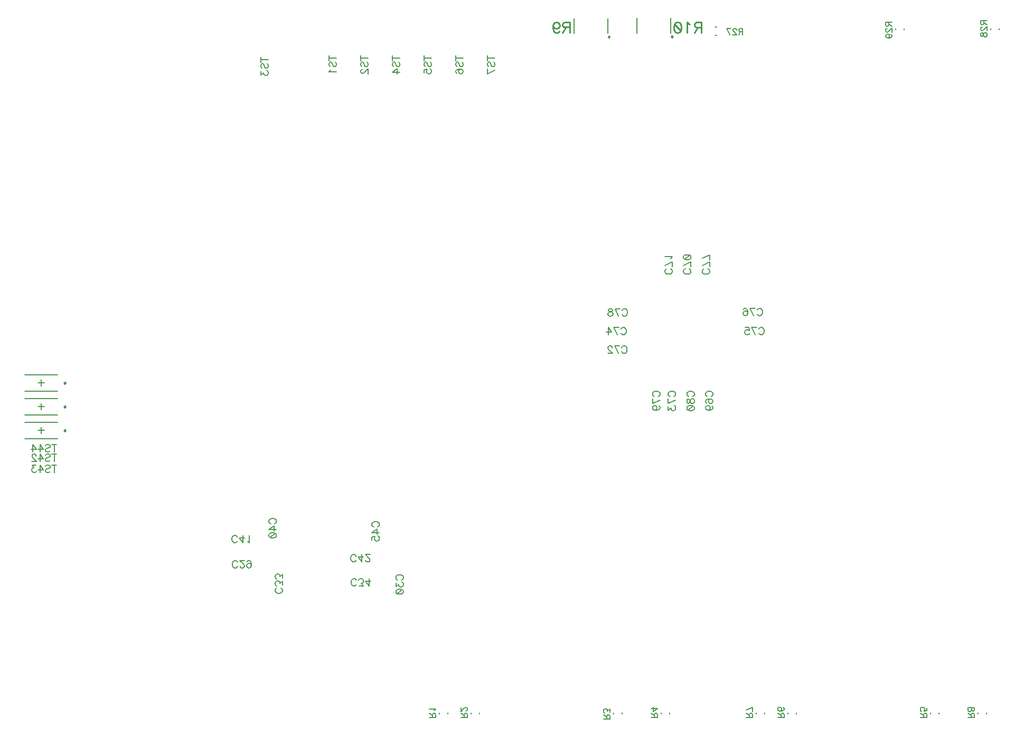
<source format=gbo>
G04*
G04  File:            ALPH1105.R06, Sun Oct 31 16:15:01 2010*
G04  Source:          P-CAD 2006 PCB, Version 19.02.958, (\\Naslite-2\disk-0\OLD_DISK-0\Project\Project 2010B\ALPH1105\ALPH1105.PCB)*
G04  Format:          Gerber Format (RS-274-D), ASCII*
G04*
G04  Format Options:  Absolute Positioning*
G04                   Leading-Zero Suppression*
G04                   Scale Factor 1:1*
G04                   NO Circular Interpolation*
G04                   Inch Units*
G04                   Numeric Format: 4.4 (XXXX.XXXX)*
G04                   G54 NOT Used for Aperture Change*
G04                   Apertures Embedded*
G04*
G04  File Options:    Offset = (0.0mil,0.0mil)*
G04                   Drill Symbol Size = 80.0mil*
G04                   No Pad/Via Holes*
G04*
G04  File Contents:   No Pads*
G04                   No Vias*
G04                   Designators*
G04                   No Types*
G04                   No Values*
G04                   No Drill Symbols*
G04                   Bot Silk*
G04*
%INALPH1105.R06*%
%ICAS*%
%MOIN*%
G04*
G04  Aperture MACROs for general use --- invoked via D-code assignment *
G04*
G04  General MACRO for flashed round with rotation and/or offset hole *
%AMROTOFFROUND*
1,1,$1,0.0000,0.0000*
1,0,$2,$3,$4*%
G04*
G04  General MACRO for flashed oval (obround) with rotation and/or offset hole *
%AMROTOFFOVAL*
21,1,$1,$2,0.0000,0.0000,$3*
1,1,$4,$5,$6*
1,1,$4,0-$5,0-$6*
1,0,$7,$8,$9*%
G04*
G04  General MACRO for flashed oval (obround) with rotation and no hole *
%AMROTOVALNOHOLE*
21,1,$1,$2,0.0000,0.0000,$3*
1,1,$4,$5,$6*
1,1,$4,0-$5,0-$6*%
G04*
G04  General MACRO for flashed rectangle with rotation and/or offset hole *
%AMROTOFFRECT*
21,1,$1,$2,0.0000,0.0000,$3*
1,0,$4,$5,$6*%
G04*
G04  General MACRO for flashed rectangle with rotation and no hole *
%AMROTRECTNOHOLE*
21,1,$1,$2,0.0000,0.0000,$3*%
G04*
G04  General MACRO for flashed rounded-rectangle *
%AMROUNDRECT*
21,1,$1,$2-$4,0.0000,0.0000,$3*
21,1,$1-$4,$2,0.0000,0.0000,$3*
1,1,$4,$5,$6*
1,1,$4,$7,$8*
1,1,$4,0-$5,0-$6*
1,1,$4,0-$7,0-$8*
1,0,$9,$10,$11*%
G04*
G04  General MACRO for flashed rounded-rectangle with rotation and no hole *
%AMROUNDRECTNOHOLE*
21,1,$1,$2-$4,0.0000,0.0000,$3*
21,1,$1-$4,$2,0.0000,0.0000,$3*
1,1,$4,$5,$6*
1,1,$4,$7,$8*
1,1,$4,0-$5,0-$6*
1,1,$4,0-$7,0-$8*%
G04*
G04  General MACRO for flashed regular polygon *
%AMREGPOLY*
5,1,$1,0.0000,0.0000,$2,$3+$4*
1,0,$5,$6,$7*%
G04*
G04  General MACRO for flashed regular polygon with no hole *
%AMREGPOLYNOHOLE*
5,1,$1,0.0000,0.0000,$2,$3+$4*%
G04*
G04  General MACRO for target *
%AMTARGET*
6,0,0,$1,$2,$3,4,$4,$5,$6*%
G04*
G04  General MACRO for mounting hole *
%AMMTHOLE*
1,1,$1,0,0*
1,0,$2,0,0*
$1=$1-$2*
$1=$1/2*
21,1,$2+$1,$3,0,0,$4*
21,1,$3,$2+$1,0,0,$4*%
G04*
G04*
G04  D10 : "Ellipse X10.0mil Y10.0mil H0.0mil 0.0deg (0.0mil,0.0mil) Draw"*
G04  Disc: OuterDia=0.0100*
%ADD10C, 0.0100*%
G04  D11 : "Ellipse X0.0mil Y0.0mil H0.0mil 0.0deg (0.0mil,0.0mil) Draw"*
G04  Disc: OuterDia=0.0000*
%ADD11C, 0.0000*%
G04  D12 : "Ellipse X1.0mil Y1.0mil H0.0mil 0.0deg (0.0mil,0.0mil) Draw"*
G04  Disc: OuterDia=0.0010*
%ADD12C, 0.0010*%
G04  D13 : "Ellipse X12.0mil Y12.0mil H0.0mil 0.0deg (0.0mil,0.0mil) Draw"*
G04  Disc: OuterDia=0.0120*
%ADD13C, 0.0120*%
G04  D14 : "Ellipse X15.0mil Y15.0mil H0.0mil 0.0deg (0.0mil,0.0mil) Draw"*
G04  Disc: OuterDia=0.0150*
%ADD14C, 0.0150*%
G04  D15 : "Ellipse X16.0mil Y16.0mil H0.0mil 0.0deg (0.0mil,0.0mil) Draw"*
G04  Disc: OuterDia=0.0160*
%ADD15C, 0.0160*%
G04  D16 : "Ellipse X19.7mil Y19.7mil H0.0mil 0.0deg (0.0mil,0.0mil) Draw"*
G04  Disc: OuterDia=0.0197*
%ADD16C, 0.0197*%
G04  D17 : "Ellipse X2.0mil Y2.0mil H0.0mil 0.0deg (0.0mil,0.0mil) Draw"*
G04  Disc: OuterDia=0.0020*
%ADD17C, 0.0020*%
G04  D18 : "Ellipse X20.0mil Y20.0mil H0.0mil 0.0deg (0.0mil,0.0mil) Draw"*
G04  Disc: OuterDia=0.0200*
%ADD18C, 0.0200*%
G04  D19 : "Ellipse X24.0mil Y24.0mil H0.0mil 0.0deg (0.0mil,0.0mil) Draw"*
G04  Disc: OuterDia=0.0240*
%ADD19C, 0.0240*%
G04  D20 : "Ellipse X25.0mil Y25.0mil H0.0mil 0.0deg (0.0mil,0.0mil) Draw"*
G04  Disc: OuterDia=0.0250*
%ADD20C, 0.0250*%
G04  D21 : "Ellipse X3.9mil Y3.9mil H0.0mil 0.0deg (0.0mil,0.0mil) Draw"*
G04  Disc: OuterDia=0.0039*
%ADD21C, 0.0039*%
G04  D22 : "Ellipse X30.0mil Y30.0mil H0.0mil 0.0deg (0.0mil,0.0mil) Draw"*
G04  Disc: OuterDia=0.0300*
%ADD22C, 0.0300*%
G04  D23 : "Ellipse X4.0mil Y4.0mil H0.0mil 0.0deg (0.0mil,0.0mil) Draw"*
G04  Disc: OuterDia=0.0040*
%ADD23C, 0.0040*%
G04  D24 : "Ellipse X40.0mil Y40.0mil H0.0mil 0.0deg (0.0mil,0.0mil) Draw"*
G04  Disc: OuterDia=0.0400*
%ADD24C, 0.0400*%
G04  D25 : "Ellipse X5.0mil Y5.0mil H0.0mil 0.0deg (0.0mil,0.0mil) Draw"*
G04  Disc: OuterDia=0.0050*
%ADD25C, 0.0050*%
G04  D26 : "Ellipse X5.9mil Y5.9mil H0.0mil 0.0deg (0.0mil,0.0mil) Draw"*
G04  Disc: OuterDia=0.0059*
%ADD26C, 0.0059*%
G04  D27 : "Ellipse X6.0mil Y6.0mil H0.0mil 0.0deg (0.0mil,0.0mil) Draw"*
G04  Disc: OuterDia=0.0060*
%ADD27C, 0.0060*%
G04  D28 : "Ellipse X60.0mil Y60.0mil H0.0mil 0.0deg (0.0mil,0.0mil) Draw"*
G04  Disc: OuterDia=0.0600*
%ADD28C, 0.0600*%
G04  D29 : "Ellipse X7.0mil Y7.0mil H0.0mil 0.0deg (0.0mil,0.0mil) Draw"*
G04  Disc: OuterDia=0.0070*
%ADD29C, 0.0070*%
G04  D30 : "Ellipse X7.9mil Y7.9mil H0.0mil 0.0deg (0.0mil,0.0mil) Draw"*
G04  Disc: OuterDia=0.0079*
%ADD30C, 0.0079*%
G04  D31 : "Ellipse X7.9mil Y7.9mil H0.0mil 0.0deg (0.0mil,0.0mil) Draw"*
G04  Disc: OuterDia=0.0079*
%ADD31C, 0.0079*%
G04  D32 : "Ellipse X8.0mil Y8.0mil H0.0mil 0.0deg (0.0mil,0.0mil) Draw"*
G04  Disc: OuterDia=0.0080*
%ADD32C, 0.0080*%
G04  D33 : "Ellipse X9.8mil Y9.8mil H0.0mil 0.0deg (0.0mil,0.0mil) Draw"*
G04  Disc: OuterDia=0.0098*
%ADD33C, 0.0098*%
G04  D34 : "Ellipse X110.2mil Y110.2mil H0.0mil 0.0deg (0.0mil,0.0mil) Flash"*
G04  Disc: OuterDia=0.1102*
%ADD34C, 0.1102*%
G04  D35 : "Ellipse X128.0mil Y128.0mil H0.0mil 0.0deg (0.0mil,0.0mil) Flash"*
G04  Disc: OuterDia=0.1280*
%ADD35C, 0.1280*%
G04  D36 : "Ellipse X135.0mil Y135.0mil H0.0mil 0.0deg (0.0mil,0.0mil) Flash"*
G04  Disc: OuterDia=0.1350*
%ADD36C, 0.1350*%
G04  D37 : "Ellipse X142.0mil Y142.0mil H0.0mil 0.0deg (0.0mil,0.0mil) Flash"*
G04  Disc: OuterDia=0.1420*
%ADD37C, 0.1420*%
G04  D38 : "Ellipse X149.6mil Y149.6mil H0.0mil 0.0deg (0.0mil,0.0mil) Flash"*
G04  Disc: OuterDia=0.1496*
%ADD38C, 0.1496*%
G04  D39 : "Ellipse X204.7mil Y204.7mil H0.0mil 0.0deg (0.0mil,0.0mil) Flash"*
G04  Disc: OuterDia=0.2047*
%ADD39C, 0.2047*%
G04  D40 : "Ellipse X315.0mil Y315.0mil H0.0mil 0.0deg (0.0mil,0.0mil) Flash"*
G04  Disc: OuterDia=0.3150*
%ADD40C, 0.3150*%
G04  D41 : "Ellipse X39.4mil Y39.4mil H0.0mil 0.0deg (0.0mil,0.0mil) Flash"*
G04  Disc: OuterDia=0.0394*
%ADD41C, 0.0394*%
G04  D42 : "Ellipse X42.0mil Y42.0mil H0.0mil 0.0deg (0.0mil,0.0mil) Flash"*
G04  Disc: OuterDia=0.0420*
%ADD42C, 0.0420*%
G04  D43 : "Ellipse X60.0mil Y60.0mil H0.0mil 0.0deg (0.0mil,0.0mil) Flash"*
G04  Disc: OuterDia=0.0600*
%ADD43C, 0.0600*%
G04  D44 : "Ellipse X63.0mil Y63.0mil H0.0mil 0.0deg (0.0mil,0.0mil) Flash"*
G04  Disc: OuterDia=0.0630*
%ADD44C, 0.0630*%
G04  D45 : "Ellipse X65.0mil Y65.0mil H0.0mil 0.0deg (0.0mil,0.0mil) Flash"*
G04  Disc: OuterDia=0.0650*
%ADD45C, 0.0650*%
G04  D46 : "Ellipse X68.9mil Y68.9mil H0.0mil 0.0deg (0.0mil,0.0mil) Flash"*
G04  Disc: OuterDia=0.0689*
%ADD46C, 0.0689*%
G04  D47 : "Ellipse X70.0mil Y70.0mil H0.0mil 0.0deg (0.0mil,0.0mil) Flash"*
G04  Disc: OuterDia=0.0700*
%ADD47C, 0.0700*%
G04  D48 : "Ellipse X78.9mil Y78.9mil H0.0mil 0.0deg (0.0mil,0.0mil) Flash"*
G04  Disc: OuterDia=0.0789*
%ADD48C, 0.0789*%
G04  D49 : "Ellipse X80.0mil Y80.0mil H0.0mil 0.0deg (0.0mil,0.0mil) Flash"*
G04  Disc: OuterDia=0.0800*
%ADD49C, 0.0800*%
G04  D50 : "Ellipse X82.7mil Y82.7mil H0.0mil 0.0deg (0.0mil,0.0mil) Flash"*
G04  Disc: OuterDia=0.0827*
%ADD50C, 0.0827*%
G04  D51 : "Oval X78.7mil Y23.6mil H0.0mil 0.0deg (0.0mil,0.0mil) Flash"*
G04  Obround: DimX=0.0787, DimY=0.0236, Rotation=0.0, OffsetX=0.0000, OffsetY=0.0000, HoleDia=0.0000 *
%ADD51O, 0.0787 X0.0236*%
G04  D52 : "Rounded Rectangle X39.4mil Y78.7mil H0.0mil 0.0deg (0.0mil,0.0mil) Flash"*
G04  RoundRct: DimX=0.0394, DimY=0.0787, CornerRad=0.0098, Rotation=0.0, OffsetX=0.0000, OffsetY=0.0000, HoleDia=0.0000 *
%ADD52ROUNDRECTNOHOLE, 0.0394 X0.0787 X0.0 X0.0197 X-0.0098 X-0.0295 X-0.0098 X0.0295*%
G04  D53 : "Rounded Rectangle X78.7mil Y43.3mil H0.0mil 0.0deg (0.0mil,0.0mil) Flash"*
G04  RoundRct: DimX=0.0787, DimY=0.0433, CornerRad=0.0108, Rotation=0.0, OffsetX=0.0000, OffsetY=0.0000, HoleDia=0.0000 *
%ADD53ROUNDRECTNOHOLE, 0.0787 X0.0433 X0.0 X0.0217 X-0.0285 X-0.0108 X-0.0285 X0.0108*%
G04  D54 : "Rounded Rectangle X78.7mil Y78.7mil H0.0mil 0.0deg (0.0mil,0.0mil) Flash"*
G04  RoundRct: DimX=0.0787, DimY=0.0787, CornerRad=0.0197, Rotation=0.0, OffsetX=0.0000, OffsetY=0.0000, HoleDia=0.0000 *
%ADD54ROUNDRECTNOHOLE, 0.0787 X0.0787 X0.0 X0.0394 X-0.0197 X-0.0197 X-0.0197 X0.0197*%
G04  D55 : "Rectangle X126.0mil Y80.7mil H0.0mil 0.0deg (0.0mil,0.0mil) Flash"*
G04  Rectangular: DimX=0.1260, DimY=0.0807, Rotation=0.0, OffsetX=0.0000, OffsetY=0.0000, HoleDia=0.0000 *
%ADD55R, 0.1260 X0.0807*%
G04  D56 : "Rectangle X80.7mil Y126.0mil H0.0mil 0.0deg (0.0mil,0.0mil) Flash"*
G04  Rectangular: DimX=0.0807, DimY=0.1260, Rotation=0.0, OffsetX=0.0000, OffsetY=0.0000, HoleDia=0.0000 *
%ADD56R, 0.0807 X0.1260*%
G04  D57 : "Rectangle X37.4mil Y35.4mil H0.0mil 0.0deg (0.0mil,0.0mil) Flash"*
G04  Rectangular: DimX=0.0374, DimY=0.0354, Rotation=0.0, OffsetX=0.0000, OffsetY=0.0000, HoleDia=0.0000 *
%ADD57R, 0.0374 X0.0354*%
G04  D58 : "Rectangle X35.4mil Y37.4mil H0.0mil 0.0deg (0.0mil,0.0mil) Flash"*
G04  Rectangular: DimX=0.0354, DimY=0.0374, Rotation=0.0, OffsetX=0.0000, OffsetY=0.0000, HoleDia=0.0000 *
%ADD58R, 0.0354 X0.0374*%
G04  D59 : "Rectangle X39.4mil Y35.4mil H0.0mil 0.0deg (0.0mil,0.0mil) Flash"*
G04  Rectangular: DimX=0.0394, DimY=0.0354, Rotation=0.0, OffsetX=0.0000, OffsetY=0.0000, HoleDia=0.0000 *
%ADD59R, 0.0394 X0.0354*%
G04  D60 : "Rectangle X35.4mil Y39.4mil H0.0mil 0.0deg (0.0mil,0.0mil) Flash"*
G04  Rectangular: DimX=0.0354, DimY=0.0394, Rotation=0.0, OffsetX=0.0000, OffsetY=0.0000, HoleDia=0.0000 *
%ADD60R, 0.0354 X0.0394*%
G04  D61 : "Rectangle X33.5mil Y45.3mil H0.0mil 0.0deg (0.0mil,0.0mil) Flash"*
G04  Rectangular: DimX=0.0335, DimY=0.0453, Rotation=0.0, OffsetX=0.0000, OffsetY=0.0000, HoleDia=0.0000 *
%ADD61R, 0.0335 X0.0453*%
G04  D62 : "Rectangle X57.1mil Y37.4mil H0.0mil 0.0deg (0.0mil,0.0mil) Flash"*
G04  Rectangular: DimX=0.0571, DimY=0.0374, Rotation=0.0, OffsetX=0.0000, OffsetY=0.0000, HoleDia=0.0000 *
%ADD62R, 0.0571 X0.0374*%
G04  D63 : "Rectangle X37.4mil Y57.1mil H0.0mil 0.0deg (0.0mil,0.0mil) Flash"*
G04  Rectangular: DimX=0.0374, DimY=0.0571, Rotation=0.0, OffsetX=0.0000, OffsetY=0.0000, HoleDia=0.0000 *
%ADD63R, 0.0374 X0.0571*%
G04  D64 : "Rectangle X57.1mil Y45.3mil H0.0mil 0.0deg (0.0mil,0.0mil) Flash"*
G04  Rectangular: DimX=0.0571, DimY=0.0453, Rotation=0.0, OffsetX=0.0000, OffsetY=0.0000, HoleDia=0.0000 *
%ADD64R, 0.0571 X0.0453*%
G04  D65 : "Rectangle X45.3mil Y57.1mil H0.0mil 0.0deg (0.0mil,0.0mil) Flash"*
G04  Rectangular: DimX=0.0453, DimY=0.0571, Rotation=0.0, OffsetX=0.0000, OffsetY=0.0000, HoleDia=0.0000 *
%ADD65R, 0.0453 X0.0571*%
G04  D66 : "Rectangle X59.0mil Y37.4mil H0.0mil 0.0deg (0.0mil,0.0mil) Flash"*
G04  Rectangular: DimX=0.0590, DimY=0.0374, Rotation=0.0, OffsetX=0.0000, OffsetY=0.0000, HoleDia=0.0000 *
%ADD66R, 0.0590 X0.0374*%
G04  D67 : "Rectangle X59.1mil Y11.8mil H0.0mil 0.0deg (0.0mil,0.0mil) Flash"*
G04  Rectangular: DimX=0.0591, DimY=0.0118, Rotation=0.0, OffsetX=0.0000, OffsetY=0.0000, HoleDia=0.0000 *
%ADD67R, 0.0591 X0.0118*%
G04  D68 : "Rectangle X11.8mil Y59.1mil H0.0mil 0.0deg (0.0mil,0.0mil) Flash"*
G04  Rectangular: DimX=0.0118, DimY=0.0591, Rotation=0.0, OffsetX=0.0000, OffsetY=0.0000, HoleDia=0.0000 *
%ADD68R, 0.0118 X0.0591*%
G04  D69 : "Rectangle X39.4mil Y59.1mil H0.0mil 0.0deg (0.0mil,0.0mil) Flash"*
G04  Rectangular: DimX=0.0394, DimY=0.0591, Rotation=0.0, OffsetX=0.0000, OffsetY=0.0000, HoleDia=0.0000 *
%ADD69R, 0.0394 X0.0591*%
G04  D70 : "Rectangle X61.0mil Y23.6mil H0.0mil 0.0deg (0.0mil,0.0mil) Flash"*
G04  Rectangular: DimX=0.0610, DimY=0.0236, Rotation=0.0, OffsetX=0.0000, OffsetY=0.0000, HoleDia=0.0000 *
%ADD70R, 0.0610 X0.0236*%
G04  D71 : "Rectangle X23.6mil Y61.0mil H0.0mil 0.0deg (0.0mil,0.0mil) Flash"*
G04  Rectangular: DimX=0.0236, DimY=0.0610, Rotation=0.0, OffsetX=0.0000, OffsetY=0.0000, HoleDia=0.0000 *
%ADD71R, 0.0236 X0.0610*%
G04  D72 : "Rectangle X63.0mil Y11.8mil H0.0mil 0.0deg (0.0mil,0.0mil) Flash"*
G04  Rectangular: DimX=0.0630, DimY=0.0118, Rotation=0.0, OffsetX=0.0000, OffsetY=0.0000, HoleDia=0.0000 *
%ADD72R, 0.0630 X0.0118*%
G04  D73 : "Rectangle X11.8mil Y63.0mil H0.0mil 0.0deg (0.0mil,0.0mil) Flash"*
G04  Rectangular: DimX=0.0118, DimY=0.0630, Rotation=0.0, OffsetX=0.0000, OffsetY=0.0000, HoleDia=0.0000 *
%ADD73R, 0.0118 X0.0630*%
G04  D74 : "Rectangle X63.0mil Y63.0mil H0.0mil 0.0deg (0.0mil,0.0mil) Flash"*
G04  Square: Side=0.0630, Rotation=0.0, OffsetX=0.0000, OffsetY=0.0000, HoleDia=0.0000*
%ADD74R, 0.0630 X0.0630*%
G04  D75 : "Rectangle X65.0mil Y65.0mil H0.0mil 0.0deg (0.0mil,0.0mil) Flash"*
G04  Square: Side=0.0650, Rotation=0.0, OffsetX=0.0000, OffsetY=0.0000, HoleDia=0.0000*
%ADD75R, 0.0650 X0.0650*%
G04  D76 : "Rectangle X80.7mil Y25.6mil H0.0mil 0.0deg (0.0mil,0.0mil) Flash"*
G04  Rectangular: DimX=0.0807, DimY=0.0256, Rotation=0.0, OffsetX=0.0000, OffsetY=0.0000, HoleDia=0.0000 *
%ADD76R, 0.0807 X0.0256*%
G04  D77 : "Rectangle X25.6mil Y80.7mil H0.0mil 0.0deg (0.0mil,0.0mil) Flash"*
G04  Rectangular: DimX=0.0256, DimY=0.0807, Rotation=0.0, OffsetX=0.0000, OffsetY=0.0000, HoleDia=0.0000 *
%ADD77R, 0.0256 X0.0807*%
G04  D78 : "Rectangle X86.6mil Y82.7mil H0.0mil 0.0deg (0.0mil,0.0mil) Flash"*
G04  Rectangular: DimX=0.0866, DimY=0.0827, Rotation=0.0, OffsetX=0.0000, OffsetY=0.0000, HoleDia=0.0000 *
%ADD78R, 0.0866 X0.0827*%
G04  D79 : "Rectangle X82.7mil Y86.6mil H0.0mil 0.0deg (0.0mil,0.0mil) Flash"*
G04  Rectangular: DimX=0.0827, DimY=0.0866, Rotation=0.0, OffsetX=0.0000, OffsetY=0.0000, HoleDia=0.0000 *
%ADD79R, 0.0827 X0.0866*%
G04  D80 : "Rectangle X92.5mil Y88.6mil H0.0mil 0.0deg (0.0mil,0.0mil) Flash"*
G04  Rectangular: DimX=0.0925, DimY=0.0886, Rotation=0.0, OffsetX=0.0000, OffsetY=0.0000, HoleDia=0.0000 *
%ADD80R, 0.0925 X0.0886*%
G04  D81 : "Rectangle X88.6mil Y92.5mil H0.0mil 0.0deg (0.0mil,0.0mil) Flash"*
G04  Rectangular: DimX=0.0886, DimY=0.0925, Rotation=0.0, OffsetX=0.0000, OffsetY=0.0000, HoleDia=0.0000 *
%ADD81R, 0.0886 X0.0925*%
G04  D82 : "Rectangle X94.5mil Y61.0mil H0.0mil 0.0deg (0.0mil,0.0mil) Flash"*
G04  Rectangular: DimX=0.0945, DimY=0.0610, Rotation=0.0, OffsetX=0.0000, OffsetY=0.0000, HoleDia=0.0000 *
%ADD82R, 0.0945 X0.0610*%
G04  D83 : "Ellipse X24.0mil Y24.0mil H0.0mil 0.0deg (0.0mil,0.0mil) Flash"*
G04  Disc: OuterDia=0.0240*
%ADD83C, 0.0240*%
G04  D84 : "Ellipse X40.0mil Y40.0mil H0.0mil 0.0deg (0.0mil,0.0mil) Flash"*
G04  Disc: OuterDia=0.0400*
%ADD84C, 0.0400*%
G04*
%FSLAX44Y44*%
%SFA1B1*%
%OFA0.0000B0.0000*%
G04*
G70*
G90*
G01*
D2*
%LNBot Silk*%
D29*
X67727Y69770*
X67772Y69748D1*
X67816Y69703*
X67838Y69659*
Y69570*
X67816Y69525*
X67772Y69481*
X67727Y69458*
X67661Y69436*
X67549*
X67483Y69458*
X67438Y69481*
X67394Y69525*
X67371Y69570*
Y69659*
X67394Y69703*
X67438Y69748*
X67483Y69770*
X67838Y69948D2*
Y70192D1*
X67661Y70059*
Y70126*
X67638Y70170*
X67616Y70192*
X67549Y70215*
X67505*
X67438Y70192*
X67394Y70148*
X67371Y70081*
Y70014*
X67394Y69948*
X67416Y69925*
X67460Y69903*
X67838Y70393D2*
Y70637D1*
X67661Y70504*
Y70570*
X67638Y70615*
X67616Y70637*
X67549Y70659*
X67505*
X67438Y70637*
X67394Y70593*
X67371Y70526*
Y70459*
X67394Y70393*
X67416Y70370*
X67460Y70348*
X67092Y73829D2*
X67047Y73851D1*
X67003Y73896*
X66981Y73940*
Y74029*
X67003Y74074*
X67047Y74118*
X67092Y74141*
X67158Y74163*
X67270*
X67336Y74141*
X67381Y74118*
X67425Y74074*
X67448Y74029*
Y73940*
X67425Y73896*
X67381Y73851*
X67336Y73829*
X67448Y73473D2*
X66981D1*
X67292Y73696*
Y73362*
X66981Y73118D2*
X67003Y73184D1*
X67069Y73229*
X67181Y73251*
X67247*
X67359Y73229*
X67425Y73184*
X67448Y73118*
Y73073*
X67425Y73006*
X67359Y72962*
X67247Y72940*
X67181*
X67069Y72962*
X67003Y73006*
X66981Y73073*
Y73118*
X67069Y72962D2*
X67359Y73229D1*
X72510Y70002D2*
X72488Y69957D1*
X72443Y69913*
X72399Y69891*
X72310*
X72265Y69913*
X72221Y69957*
X72198Y70002*
X72176Y70068*
Y70180*
X72198Y70246*
X72221Y70291*
X72265Y70335*
X72310Y70358*
X72399*
X72443Y70335*
X72488Y70291*
X72510Y70246*
X72688Y69891D2*
X72932D1*
X72799Y70068*
X72866*
X72910Y70091*
X72932Y70113*
X72955Y70180*
Y70224*
X72932Y70291*
X72888Y70335*
X72821Y70358*
X72754*
X72688Y70335*
X72665Y70313*
X72643Y70269*
X73310Y70358D2*
Y69891D1*
X73088Y70202*
X73422*
X73592Y73629D2*
X73547Y73651D1*
X73503Y73696*
X73481Y73740*
Y73829*
X73503Y73874*
X73547Y73918*
X73592Y73941*
X73658Y73963*
X73770*
X73836Y73941*
X73881Y73918*
X73925Y73874*
X73948Y73829*
Y73740*
X73925Y73696*
X73881Y73651*
X73836Y73629*
X73948Y73273D2*
X73481D1*
X73792Y73496*
Y73162*
X73481Y72784D2*
Y73006D1*
X73681Y73029*
X73658Y73006*
X73636Y72940*
Y72873*
X73658Y72806*
X73703Y72762*
X73770Y72740*
X73814*
X73881Y72762*
X73925Y72806*
X73948Y72873*
Y72940*
X73925Y73006*
X73903Y73029*
X73859Y73051*
D2*
D10*
D29*
X72781Y103224*
X73240D1*
X72781Y103378D2*
Y103071D1*
X72846Y102678D2*
X72803Y102721D1*
X72781Y102787*
Y102874*
X72803Y102940*
X72846Y102984*
X72890*
X72934Y102962*
X72956Y102940*
X72978Y102896*
X73021Y102765*
X73043Y102721*
X73065Y102699*
X73109Y102678*
X73174*
X73218Y102721*
X73240Y102787*
Y102874*
X73218Y102940*
X73174Y102984*
X72890Y102524D2*
X72868D1*
X72824Y102503*
X72803Y102481*
X72781Y102437*
Y102349*
X72803Y102306*
X72824Y102284*
X72868Y102262*
X72912*
X72956Y102284*
X73021Y102328*
X73240Y102546*
Y102240*
D2*
D30*
X79724Y61810*
Y61889D1*
X80275Y61810D2*
Y61889D1*
D2*
D26*
X79308Y61597*
Y61767D1*
X79327Y61824*
X79346Y61843*
X79383Y61862*
X79421*
X79459Y61843*
X79478Y61824*
X79497Y61767*
Y61597*
X79100*
X79308Y61729D2*
X79100Y61862D1*
X79402Y61994D2*
X79421D1*
X79459Y62013*
X79478Y62032*
X79497Y62070*
Y62145*
X79478Y62183*
X79459Y62202*
X79421Y62221*
X79383*
X79346Y62202*
X79289Y62164*
X79100Y61975*
Y62240*
D2*
D10*
D29*
X78781Y103224*
X79240D1*
X78781Y103378D2*
Y103071D1*
X78846Y102678D2*
X78803Y102721D1*
X78781Y102787*
Y102874*
X78803Y102940*
X78846Y102984*
X78890*
X78934Y102962*
X78956Y102940*
X78978Y102896*
X79021Y102765*
X79043Y102721*
X79065Y102699*
X79109Y102678*
X79174*
X79218Y102721*
X79240Y102787*
Y102874*
X79218Y102940*
X79174Y102984*
X78846Y102262D2*
X78803Y102284D1*
X78781Y102349*
Y102393*
X78803Y102459*
X78868Y102503*
X78978Y102524*
X79087*
X79174Y102503*
X79218Y102459*
X79240Y102393*
Y102371*
X79218Y102306*
X79174Y102262*
X79109Y102240*
X79087*
X79021Y102262*
X78978Y102306*
X78956Y102371*
Y102393*
X78978Y102459*
X79021Y102503*
X79087Y102524*
D2*
D30*
X88724Y61810*
Y61889D1*
X89275Y61810D2*
Y61889D1*
D2*
D26*
X88308Y61497*
Y61667D1*
X88327Y61724*
X88346Y61743*
X88383Y61762*
X88421*
X88459Y61743*
X88478Y61724*
X88497Y61667*
Y61497*
X88100*
X88308Y61629D2*
X88100Y61762D1*
X88497Y61913D2*
Y62121D1*
X88346Y62008*
Y62064*
X88327Y62102*
X88308Y62121*
X88251Y62140*
X88213*
X88156Y62121*
X88119Y62083*
X88100Y62026*
Y61970*
X88119Y61913*
X88138Y61894*
X88175Y61875*
D2*
D30*
X91724Y61810*
Y61889D1*
X92275Y61810D2*
Y61889D1*
D2*
D26*
X91308Y61597*
Y61767D1*
X91327Y61824*
X91346Y61843*
X91383Y61862*
X91421*
X91459Y61843*
X91478Y61824*
X91497Y61767*
Y61597*
X91100*
X91308Y61729D2*
X91100Y61862D1*
Y62164D2*
X91497D1*
X91232Y61975*
Y62259*
D2*
D30*
X97724Y61810*
Y61889D1*
X98275Y61810D2*
Y61889D1*
D2*
D26*
X97308Y61597*
Y61767D1*
X97327Y61824*
X97346Y61843*
X97383Y61862*
X97421*
X97459Y61843*
X97478Y61824*
X97497Y61767*
Y61597*
X97100*
X97308Y61729D2*
X97100Y61862D1*
Y62051D2*
X97497Y62240D1*
Y61975*
D2*
D10*
D29*
X66481Y103124*
X66940D1*
X66481Y103278D2*
Y102971D1*
X66546Y102578D2*
X66503Y102621D1*
X66481Y102687*
Y102774*
X66503Y102840*
X66546Y102884*
X66590*
X66634Y102862*
X66656Y102840*
X66678Y102796*
X66721Y102665*
X66743Y102621*
X66765Y102599*
X66809Y102578*
X66874*
X66918Y102621*
X66940Y102687*
Y102774*
X66918Y102840*
X66874Y102884*
X66481Y102403D2*
Y102162D1*
X66656Y102293*
Y102228*
X66678Y102184*
X66699Y102162*
X66765Y102140*
X66809*
X66874Y102162*
X66918Y102206*
X66940Y102271*
Y102337*
X66918Y102403*
X66896Y102424*
X66853Y102446*
X72490Y71522D2*
X72468Y71477D1*
X72423Y71433*
X72379Y71411*
X72290*
X72245Y71433*
X72201Y71477*
X72178Y71522*
X72156Y71588*
Y71700*
X72178Y71766*
X72201Y71811*
X72245Y71855*
X72290Y71878*
X72379*
X72423Y71855*
X72468Y71811*
X72490Y71766*
X72846Y71878D2*
Y71411D1*
X72623Y71722*
X72957*
X73090Y71522D2*
Y71499D1*
X73113Y71455*
X73135Y71433*
X73179Y71411*
X73268*
X73313Y71433*
X73335Y71455*
X73357Y71499*
Y71544*
X73335Y71588*
X73290Y71655*
X73068Y71878*
X73379*
X92292Y81859D2*
X92247Y81881D1*
X92203Y81926*
X92181Y81970*
Y82059*
X92203Y82104*
X92247Y82148*
X92292Y82171*
X92358Y82193*
X92470*
X92536Y82171*
X92581Y82148*
X92625Y82104*
X92648Y82059*
Y81970*
X92625Y81926*
X92581Y81881*
X92536Y81859*
X92648Y81637D2*
X92181Y81414D1*
Y81726*
Y81236D2*
Y80992D1*
X92358Y81125*
Y81059*
X92381Y81014*
X92403Y80992*
X92470Y80970*
X92514*
X92581Y80992*
X92625Y81036*
X92648Y81103*
Y81170*
X92625Y81236*
X92603Y81259*
X92559Y81281*
X91302Y81859D2*
X91257Y81881D1*
X91213Y81926*
X91191Y81970*
Y82059*
X91213Y82104*
X91257Y82148*
X91302Y82171*
X91368Y82193*
X91480*
X91546Y82171*
X91591Y82148*
X91635Y82104*
X91658Y82059*
Y81970*
X91635Y81926*
X91591Y81881*
X91546Y81859*
X91658Y81637D2*
X91191Y81414D1*
Y81726*
X91346Y80992D2*
X91413Y81014D1*
X91457Y81059*
X91480Y81125*
Y81148*
X91457Y81214*
X91413Y81259*
X91346Y81281*
X91324*
X91257Y81259*
X91213Y81214*
X91191Y81148*
Y81125*
X91213Y81059*
X91257Y81014*
X91346Y80992*
X91457*
X91569Y81014*
X91635Y81059*
X91658Y81125*
Y81170*
X91635Y81236*
X91591Y81259*
X92327Y89920D2*
X92372Y89898D1*
X92416Y89853*
X92438Y89809*
Y89720*
X92416Y89675*
X92372Y89631*
X92327Y89608*
X92261Y89586*
X92149*
X92083Y89608*
X92038Y89631*
X91994Y89675*
X91971Y89720*
Y89809*
X91994Y89853*
X92038Y89898*
X92083Y89920*
X91971Y90142D2*
X92438Y90365D1*
Y90053*
X92350Y90565D2*
X92372Y90609D1*
X92438Y90676*
X91971*
X93472Y81859D2*
X93427Y81881D1*
X93383Y81926*
X93361Y81970*
Y82059*
X93383Y82104*
X93427Y82148*
X93472Y82171*
X93538Y82193*
X93650*
X93716Y82171*
X93761Y82148*
X93805Y82104*
X93828Y82059*
Y81970*
X93805Y81926*
X93761Y81881*
X93716Y81859*
X93361Y81615D2*
X93383Y81681D1*
X93427Y81704*
X93472*
X93516Y81681*
X93538Y81637*
X93561Y81548*
X93583Y81481*
X93627Y81437*
X93672Y81414*
X93739*
X93783Y81437*
X93805Y81459*
X93828Y81526*
Y81615*
X93805Y81681*
X93783Y81704*
X93739Y81726*
X93672*
X93627Y81704*
X93583Y81659*
X93561Y81592*
X93538Y81503*
X93516Y81459*
X93472Y81437*
X93427*
X93383Y81459*
X93361Y81526*
Y81615*
Y81148D2*
X93383Y81214D1*
X93449Y81259*
X93561Y81281*
X93627*
X93739Y81259*
X93805Y81214*
X93828Y81148*
Y81103*
X93805Y81036*
X93739Y80992*
X93627Y80970*
X93561*
X93449Y80992*
X93383Y81036*
X93361Y81103*
Y81148*
X93449Y80992D2*
X93739Y81259D1*
X94652Y81859D2*
X94607Y81881D1*
X94563Y81926*
X94541Y81970*
Y82059*
X94563Y82104*
X94607Y82148*
X94652Y82171*
X94718Y82193*
X94830*
X94896Y82171*
X94941Y82148*
X94985Y82104*
X95008Y82059*
Y81970*
X94985Y81926*
X94941Y81881*
X94896Y81859*
X94607Y81437D2*
X94563Y81459D1*
X94541Y81526*
Y81570*
X94563Y81637*
X94629Y81681*
X94741Y81704*
X94852*
X94941Y81681*
X94985Y81637*
X95008Y81570*
Y81548*
X94985Y81481*
X94941Y81437*
X94874Y81414*
X94852*
X94785Y81437*
X94741Y81481*
X94718Y81548*
Y81570*
X94741Y81637*
X94785Y81681*
X94852Y81704*
X94696Y80992D2*
X94763Y81014D1*
X94807Y81059*
X94830Y81125*
Y81148*
X94807Y81214*
X94763Y81259*
X94696Y81281*
X94674*
X94607Y81259*
X94563Y81214*
X94541Y81148*
Y81125*
X94563Y81059*
X94607Y81014*
X94696Y80992*
X94807*
X94919Y81014*
X94985Y81059*
X95008Y81125*
Y81170*
X94985Y81236*
X94941Y81259*
X94687Y89920D2*
X94732Y89898D1*
X94776Y89853*
X94798Y89809*
Y89720*
X94776Y89675*
X94732Y89631*
X94687Y89608*
X94621Y89586*
X94509*
X94443Y89608*
X94398Y89631*
X94354Y89675*
X94331Y89720*
Y89809*
X94354Y89853*
X94398Y89898*
X94443Y89920*
X94331Y90142D2*
X94798Y90365D1*
Y90053*
X94331Y90587D2*
X94798Y90809D1*
Y90498*
D2*
D30*
X107075Y105109*
Y105030D1*
X106524Y105109D2*
Y105030D1*
D2*
D26*
X106094Y105487*
Y105318D1*
X106075Y105262*
X106056Y105243*
X106019Y105225*
X105981*
X105944Y105243*
X105925Y105262*
X105906Y105318*
Y105487*
X106300*
X106094Y105356D2*
X106300Y105225D1*
X106000Y105093D2*
X105981D1*
X105944Y105075*
X105925Y105056*
X105906Y105018*
Y104943*
X105925Y104906*
X105944Y104887*
X105981Y104868*
X106019*
X106056Y104887*
X106113Y104924*
X106300Y105112*
Y104849*
X106038Y104493D2*
X106094Y104512D1*
X106131Y104549*
X106150Y104605*
Y104624*
X106131Y104681*
X106094Y104718*
X106038Y104737*
X106019*
X105963Y104718*
X105925Y104681*
X105906Y104624*
Y104605*
X105925Y104549*
X105963Y104512*
X106038Y104493*
X106131*
X106225Y104512*
X106282Y104549*
X106300Y104605*
Y104643*
X106282Y104699*
X106244Y104718*
D2*
D30*
X113075Y105109*
Y105030D1*
X112524Y105109D2*
Y105030D1*
D2*
D26*
X112094Y105587*
Y105418D1*
X112075Y105362*
X112056Y105343*
X112019Y105325*
X111981*
X111944Y105343*
X111925Y105362*
X111906Y105418*
Y105587*
X112300*
X112094Y105456D2*
X112300Y105325D1*
X112000Y105193D2*
X111981D1*
X111944Y105175*
X111925Y105156*
X111906Y105118*
Y105043*
X111925Y105006*
X111944Y104987*
X111981Y104968*
X112019*
X112056Y104987*
X112113Y105024*
X112300Y105212*
Y104949*
X111906Y104743D2*
X111925Y104799D1*
X111963Y104818*
X112000*
X112038Y104799*
X112056Y104762*
X112075Y104687*
X112094Y104630*
X112131Y104593*
X112169Y104574*
X112225*
X112263Y104593*
X112282Y104612*
X112300Y104668*
Y104743*
X112282Y104799*
X112263Y104818*
X112225Y104837*
X112169*
X112131Y104818*
X112094Y104781*
X112075Y104724*
X112056Y104649*
X112038Y104612*
X112000Y104593*
X111963*
X111925Y104612*
X111906Y104668*
Y104743*
D2*
D33*
X54056Y79710*
X54106Y79660D1*
X54155Y79710*
X54106Y79759*
X54056Y79710*
D2*
D25*
X52810*
X52410D1*
X52610Y79910D2*
Y79510D1*
D2*
D30*
X53633Y79198*
X51586D1*
X53633Y80221D2*
X51586D1*
D2*
D29*
X53424Y78818*
Y78359D1*
X53578Y78818D2*
X53271D1*
X52878Y78753D2*
X52921Y78796D1*
X52987Y78818*
X53074*
X53140Y78796*
X53184Y78753*
Y78709*
X53162Y78665*
X53140Y78643*
X53096Y78621*
X52965Y78578*
X52921Y78556*
X52899Y78534*
X52878Y78490*
Y78425*
X52921Y78381*
X52987Y78359*
X53074*
X53140Y78381*
X53184Y78425*
X52528Y78359D2*
Y78818D1*
X52746Y78512*
X52418*
X52090Y78359D2*
Y78818D1*
X52309Y78512*
X51981*
X65010Y71152D2*
X64988Y71107D1*
X64943Y71063*
X64899Y71041*
X64810*
X64765Y71063*
X64721Y71107*
X64698Y71152*
X64676Y71218*
Y71330*
X64698Y71396*
X64721Y71441*
X64765Y71485*
X64810Y71508*
X64899*
X64943Y71485*
X64988Y71441*
X65010Y71396*
X65165Y71152D2*
Y71129D1*
X65188Y71085*
X65210Y71063*
X65254Y71041*
X65343*
X65388Y71063*
X65410Y71085*
X65432Y71129*
Y71174*
X65410Y71218*
X65366Y71285*
X65143Y71508*
X65455*
X65877Y71196D2*
X65855Y71263D1*
X65810Y71307*
X65744Y71330*
X65721*
X65655Y71307*
X65610Y71263*
X65588Y71196*
Y71174*
X65610Y71107*
X65655Y71063*
X65721Y71041*
X65744*
X65810Y71063*
X65855Y71107*
X65877Y71196*
Y71307*
X65855Y71419*
X65810Y71485*
X65744Y71508*
X65699*
X65633Y71485*
X65610Y71441*
D2*
D10*
D29*
X70781Y103224*
X71240D1*
X70781Y103378D2*
Y103071D1*
X70846Y102678D2*
X70803Y102721D1*
X70781Y102787*
Y102874*
X70803Y102940*
X70846Y102984*
X70890*
X70934Y102962*
X70956Y102940*
X70978Y102896*
X71021Y102765*
X71043Y102721*
X71065Y102699*
X71109Y102678*
X71174*
X71218Y102721*
X71240Y102787*
Y102874*
X71218Y102940*
X71174Y102984*
X70868Y102481D2*
X70846Y102437D1*
X70781Y102371*
X71240*
D2*
D30*
X77724Y61810*
Y61889D1*
X78275Y61810D2*
Y61889D1*
D2*
D26*
X77308Y61597*
Y61767D1*
X77327Y61824*
X77346Y61843*
X77383Y61862*
X77421*
X77459Y61843*
X77478Y61824*
X77497Y61767*
Y61597*
X77100*
X77308Y61729D2*
X77100Y61862D1*
X77421Y62032D2*
X77440Y62070D1*
X77497Y62126*
X77100*
D2*
D29*
X75102Y70269*
X75057Y70291D1*
X75013Y70336*
X74991Y70380*
Y70469*
X75013Y70514*
X75057Y70558*
X75102Y70581*
X75168Y70603*
X75280*
X75346Y70581*
X75391Y70558*
X75435Y70514*
X75458Y70469*
Y70380*
X75435Y70336*
X75391Y70291*
X75346Y70269*
X74991Y70091D2*
Y69847D1*
X75168Y69980*
Y69913*
X75191Y69869*
X75213Y69847*
X75280Y69824*
X75324*
X75391Y69847*
X75435Y69891*
X75458Y69958*
Y70025*
X75435Y70091*
X75413Y70114*
X75369Y70136*
X74991Y69558D2*
X75013Y69624D1*
X75079Y69669*
X75191Y69691*
X75257*
X75369Y69669*
X75435Y69624*
X75458Y69558*
Y69513*
X75435Y69446*
X75369Y69402*
X75257Y69380*
X75191*
X75079Y69402*
X75013Y69446*
X74991Y69513*
Y69558*
X75079Y69402D2*
X75369Y69669D1*
D2*
D10*
D29*
X76781Y103224*
X77240D1*
X76781Y103378D2*
Y103071D1*
X76846Y102678D2*
X76803Y102721D1*
X76781Y102787*
Y102874*
X76803Y102940*
X76846Y102984*
X76890*
X76934Y102962*
X76956Y102940*
X76978Y102896*
X77021Y102765*
X77043Y102721*
X77065Y102699*
X77109Y102678*
X77174*
X77218Y102721*
X77240Y102787*
Y102874*
X77218Y102940*
X77174Y102984*
X76781Y102284D2*
Y102503D1*
X76978Y102524*
X76956Y102503*
X76934Y102437*
Y102371*
X76956Y102306*
X76999Y102262*
X77065Y102240*
X77109*
X77174Y102262*
X77218Y102306*
X77240Y102371*
Y102437*
X77218Y102503*
X77196Y102524*
X77153Y102546*
D2*
D10*
D29*
X74781Y103224*
X75240D1*
X74781Y103378D2*
Y103071D1*
X74846Y102678D2*
X74803Y102721D1*
X74781Y102787*
Y102874*
X74803Y102940*
X74846Y102984*
X74890*
X74934Y102962*
X74956Y102940*
X74978Y102896*
X75021Y102765*
X75043Y102721*
X75065Y102699*
X75109Y102678*
X75174*
X75218Y102721*
X75240Y102787*
Y102874*
X75218Y102940*
X75174Y102984*
X75240Y102328D2*
X74781D1*
X75087Y102546*
Y102218*
D2*
D10*
D29*
X80781Y103224*
X81240D1*
X80781Y103378D2*
Y103071D1*
X80846Y102678D2*
X80803Y102721D1*
X80781Y102787*
Y102874*
X80803Y102940*
X80846Y102984*
X80890*
X80934Y102962*
X80956Y102940*
X80978Y102896*
X81021Y102765*
X81043Y102721*
X81065Y102699*
X81109Y102678*
X81174*
X81218Y102721*
X81240Y102787*
Y102874*
X81218Y102940*
X81174Y102984*
X81240Y102459D2*
X80781Y102240D1*
Y102546*
X89249Y84937D2*
X89271Y84982D1*
X89316Y85026*
X89360Y85048*
X89449*
X89494Y85026*
X89538Y84982*
X89561Y84937*
X89583Y84871*
Y84759*
X89561Y84693*
X89538Y84648*
X89494Y84604*
X89449Y84581*
X89360*
X89316Y84604*
X89271Y84648*
X89249Y84693*
X89027Y84581D2*
X88804Y85048D1*
X89116*
X88649Y84937D2*
Y84960D1*
X88626Y85004*
X88604Y85026*
X88560Y85048*
X88471*
X88426Y85026*
X88404Y85004*
X88382Y84960*
Y84915*
X88404Y84871*
X88449Y84804*
X88671Y84581*
X88360*
X89199Y86117D2*
X89221Y86162D1*
X89266Y86206*
X89310Y86228*
X89399*
X89444Y86206*
X89488Y86162*
X89511Y86117*
X89533Y86051*
Y85939*
X89511Y85873*
X89488Y85828*
X89444Y85784*
X89399Y85761*
X89310*
X89266Y85784*
X89221Y85828*
X89199Y85873*
X88977Y85761D2*
X88754Y86228D1*
X89066*
X88399Y85761D2*
Y86228D1*
X88621Y85917*
X88287*
D2*
D30*
X99724Y61810*
Y61889D1*
X100275Y61810D2*
Y61889D1*
D2*
D26*
X99308Y61597*
Y61767D1*
X99327Y61824*
X99346Y61843*
X99383Y61862*
X99421*
X99459Y61843*
X99478Y61824*
X99497Y61767*
Y61597*
X99100*
X99308Y61729D2*
X99100Y61862D1*
X99440Y62221D2*
X99478Y62202D1*
X99497Y62145*
Y62108*
X99478Y62051*
X99421Y62013*
X99327Y61994*
X99232*
X99156Y62013*
X99119Y62051*
X99100Y62108*
Y62126*
X99119Y62183*
X99156Y62221*
X99213Y62240*
X99232*
X99289Y62221*
X99327Y62183*
X99346Y62126*
Y62108*
X99327Y62051*
X99289Y62013*
X99232Y61994*
D2*
D30*
X111724Y61820*
Y61899D1*
X112275Y61820D2*
Y61899D1*
D2*
D26*
X111308Y61597*
Y61767D1*
X111327Y61824*
X111346Y61843*
X111383Y61862*
X111421*
X111459Y61843*
X111478Y61824*
X111497Y61767*
Y61597*
X111100*
X111308Y61729D2*
X111100Y61862D1*
X111497Y62070D2*
X111478Y62013D1*
X111440Y61994*
X111402*
X111365Y62013*
X111346Y62051*
X111327Y62126*
X111308Y62183*
X111270Y62221*
X111232Y62240*
X111175*
X111138Y62221*
X111119Y62202*
X111100Y62145*
Y62070*
X111119Y62013*
X111138Y61994*
X111175Y61975*
X111232*
X111270Y61994*
X111308Y62032*
X111327Y62089*
X111346Y62164*
X111365Y62202*
X111402Y62221*
X111440*
X111478Y62202*
X111497Y62145*
Y62070*
D2*
D33*
X54056Y81210*
X54106Y81160D1*
X54155Y81210*
X54106Y81259*
X54056Y81210*
D2*
D25*
X52810*
X52410D1*
X52610Y81410D2*
Y81010D1*
D2*
D30*
X53633Y80698*
X51586D1*
X53633Y81721D2*
X51586D1*
D2*
D29*
X53424Y78218*
Y77759D1*
X53578Y78218D2*
X53271D1*
X52878Y78153D2*
X52921Y78196D1*
X52987Y78218*
X53074*
X53140Y78196*
X53184Y78153*
Y78109*
X53162Y78065*
X53140Y78043*
X53096Y78021*
X52965Y77978*
X52921Y77956*
X52899Y77934*
X52878Y77890*
Y77825*
X52921Y77781*
X52987Y77759*
X53074*
X53140Y77781*
X53184Y77825*
X52528Y77759D2*
Y78218D1*
X52746Y77912*
X52418*
X52287Y78109D2*
Y78131D1*
X52265Y78175*
X52243Y78196*
X52199Y78218*
X52112*
X52068Y78196*
X52046Y78175*
X52024Y78131*
Y78087*
X52046Y78043*
X52090Y77978*
X52309Y77759*
X52003*
D2*
D33*
X54056Y82710*
X54106Y82660D1*
X54155Y82710*
X54106Y82759*
X54056Y82710*
D2*
D25*
X52810*
X52410D1*
X52610Y82910D2*
Y82510D1*
D2*
D30*
X53633Y82198*
X51586D1*
X53633Y83221D2*
X51586D1*
D2*
D29*
X53424Y77518*
Y77059D1*
X53578Y77518D2*
X53271D1*
X52878Y77453D2*
X52921Y77496D1*
X52987Y77518*
X53074*
X53140Y77496*
X53184Y77453*
Y77409*
X53162Y77365*
X53140Y77343*
X53096Y77321*
X52965Y77278*
X52921Y77256*
X52899Y77234*
X52878Y77190*
Y77125*
X52921Y77081*
X52987Y77059*
X53074*
X53140Y77081*
X53184Y77125*
X52528Y77059D2*
Y77518D1*
X52746Y77212*
X52418*
X52265Y77518D2*
X52024D1*
X52156Y77343*
X52090*
X52046Y77321*
X52024Y77300*
X52003Y77234*
Y77190*
X52024Y77125*
X52068Y77081*
X52134Y77059*
X52199*
X52265Y77081*
X52287Y77103*
X52309Y77146*
X64990Y72732D2*
X64968Y72687D1*
X64923Y72643*
X64879Y72621*
X64790*
X64745Y72643*
X64701Y72687*
X64678Y72732*
X64656Y72798*
Y72910*
X64678Y72976*
X64701Y73021*
X64745Y73065*
X64790Y73088*
X64879*
X64923Y73065*
X64968Y73021*
X64990Y72976*
X65346Y73088D2*
Y72621D1*
X65123Y72932*
X65457*
X65635Y72709D2*
X65679Y72687D1*
X65746Y72621*
Y73088*
X89269Y87297D2*
X89291Y87342D1*
X89336Y87386*
X89380Y87408*
X89469*
X89514Y87386*
X89558Y87342*
X89581Y87297*
X89603Y87231*
Y87119*
X89581Y87053*
X89558Y87008*
X89514Y86964*
X89469Y86941*
X89380*
X89336Y86964*
X89291Y87008*
X89269Y87053*
X89047Y86941D2*
X88824Y87408D1*
X89136*
X88580D2*
X88646Y87386D1*
X88669Y87342*
Y87297*
X88646Y87253*
X88602Y87231*
X88513Y87208*
X88446Y87186*
X88402Y87142*
X88380Y87097*
Y87030*
X88402Y86986*
X88424Y86964*
X88491Y86941*
X88580*
X88646Y86964*
X88669Y86986*
X88691Y87030*
Y87097*
X88669Y87142*
X88624Y87186*
X88558Y87208*
X88469Y87231*
X88424Y87253*
X88402Y87297*
Y87342*
X88424Y87386*
X88491Y87408*
X88580*
X93507Y89920D2*
X93552Y89898D1*
X93596Y89853*
X93618Y89809*
Y89720*
X93596Y89675*
X93552Y89631*
X93507Y89608*
X93441Y89586*
X93329*
X93263Y89608*
X93218Y89631*
X93174Y89675*
X93151Y89720*
Y89809*
X93174Y89853*
X93218Y89898*
X93263Y89920*
X93151Y90142D2*
X93618Y90365D1*
Y90053*
Y90631D2*
X93596Y90565D1*
X93530Y90520*
X93418Y90498*
X93352*
X93240Y90520*
X93174Y90565*
X93151Y90631*
Y90676*
X93174Y90743*
X93240Y90787*
X93352Y90809*
X93418*
X93530Y90787*
X93596Y90743*
X93618Y90676*
Y90631*
X93530Y90787D2*
X93240Y90520D1*
D2*
D30*
X92339Y104807*
Y105752D1*
X90220Y104807D2*
Y105752D1*
D2*
D33*
X92421Y104640*
X92372Y104591D1*
X92421Y104541*
X92470Y104591*
X92421Y104640*
D2*
D10*
X94272Y105171*
X93986D1*
X93891Y105203*
X93859Y105235*
X93828Y105298*
Y105362*
X93859Y105426*
X93891Y105457*
X93986Y105489*
X94272*
Y104822*
X94050Y105171D2*
X93828Y104822D1*
X93542Y105362D2*
X93478Y105394D1*
X93383Y105489*
Y104822*
X92811Y105489D2*
X92906Y105457D1*
X92970Y105362*
X93002Y105203*
Y105108*
X92970Y104949*
X92906Y104854*
X92811Y104822*
X92747*
X92652Y104854*
X92589Y104949*
X92557Y105108*
Y105203*
X92589Y105362*
X92652Y105457*
X92747Y105489*
X92811*
X92589Y105362D2*
X92970Y104949D1*
D2*
D30*
X95229Y104644*
X95150D1*
X95229Y105195D2*
X95150D1*
D2*
D26*
X96887Y104905*
X96718D1*
X96662Y104924*
X96643Y104943*
X96625Y104980*
Y105018*
X96643Y105055*
X96662Y105074*
X96718Y105093*
X96887*
Y104699*
X96756Y104905D2*
X96625Y104699D1*
X96493Y104999D2*
Y105018D1*
X96475Y105055*
X96456Y105074*
X96418Y105093*
X96343*
X96306Y105074*
X96287Y105055*
X96268Y105018*
Y104980*
X96287Y104943*
X96324Y104886*
X96512Y104699*
X96249*
X96062D2*
X95874Y105093D1*
X96137*
D2*
D29*
X97899Y86117*
X97921Y86162D1*
X97966Y86206*
X98010Y86228*
X98099*
X98144Y86206*
X98188Y86162*
X98211Y86117*
X98233Y86051*
Y85939*
X98211Y85873*
X98188Y85828*
X98144Y85784*
X98099Y85761*
X98010*
X97966Y85784*
X97921Y85828*
X97899Y85873*
X97677Y85761D2*
X97454Y86228D1*
X97766*
X97054D2*
X97276D1*
X97299Y86028*
X97276Y86051*
X97210Y86073*
X97143*
X97076Y86051*
X97032Y86006*
X97010Y85939*
Y85895*
X97032Y85828*
X97076Y85784*
X97143Y85761*
X97210*
X97276Y85784*
X97299Y85806*
X97321Y85850*
D2*
D30*
X108724Y61810*
Y61889D1*
X109275Y61810D2*
Y61889D1*
D2*
D26*
X108308Y61597*
Y61767D1*
X108327Y61824*
X108346Y61843*
X108383Y61862*
X108421*
X108459Y61843*
X108478Y61824*
X108497Y61767*
Y61597*
X108100*
X108308Y61729D2*
X108100Y61862D1*
X108497Y62202D2*
Y62013D1*
X108327Y61994*
X108346Y62013*
X108365Y62070*
Y62126*
X108346Y62183*
X108308Y62221*
X108251Y62240*
X108213*
X108156Y62221*
X108119Y62183*
X108100Y62126*
Y62070*
X108119Y62013*
X108138Y61994*
X108175Y61975*
D2*
D29*
X97799Y87317*
X97821Y87362D1*
X97866Y87406*
X97910Y87428*
X97999*
X98044Y87406*
X98088Y87362*
X98111Y87317*
X98133Y87251*
Y87139*
X98111Y87073*
X98088Y87028*
X98044Y86984*
X97999Y86961*
X97910*
X97866Y86984*
X97821Y87028*
X97799Y87073*
X97577Y86961D2*
X97354Y87428D1*
X97666*
X96932Y87362D2*
X96954Y87406D1*
X97021Y87428*
X97065*
X97132Y87406*
X97176Y87340*
X97199Y87228*
Y87117*
X97176Y87028*
X97132Y86984*
X97065Y86961*
X97043*
X96976Y86984*
X96932Y87028*
X96910Y87095*
Y87117*
X96932Y87184*
X96976Y87228*
X97043Y87251*
X97065*
X97132Y87228*
X97176Y87184*
X97199Y87117*
D2*
D30*
X88359Y104787*
Y105732D1*
X86240Y104787D2*
Y105732D1*
D2*
D33*
X88441Y104620*
X88392Y104571D1*
X88441Y104521*
X88490Y104571*
X88441Y104620*
D2*
D10*
X85971Y105176*
X85683D1*
X85587Y105208*
X85555Y105240*
X85523Y105304*
Y105368*
X85555Y105432*
X85587Y105464*
X85683Y105496*
X85971*
Y104824*
X85747Y105176D2*
X85523Y104824D1*
X84914Y105272D2*
X84946Y105176D1*
X85010Y105112*
X85107Y105080*
X85139*
X85235Y105112*
X85299Y105176*
X85331Y105272*
Y105304*
X85299Y105400*
X85235Y105464*
X85139Y105496*
X85107*
X85010Y105464*
X84946Y105400*
X84914Y105272*
Y105112*
X84946Y104952*
X85010Y104856*
X85107Y104824*
X85171*
X85267Y104856*
X85299Y104920*
D02M02*

</source>
